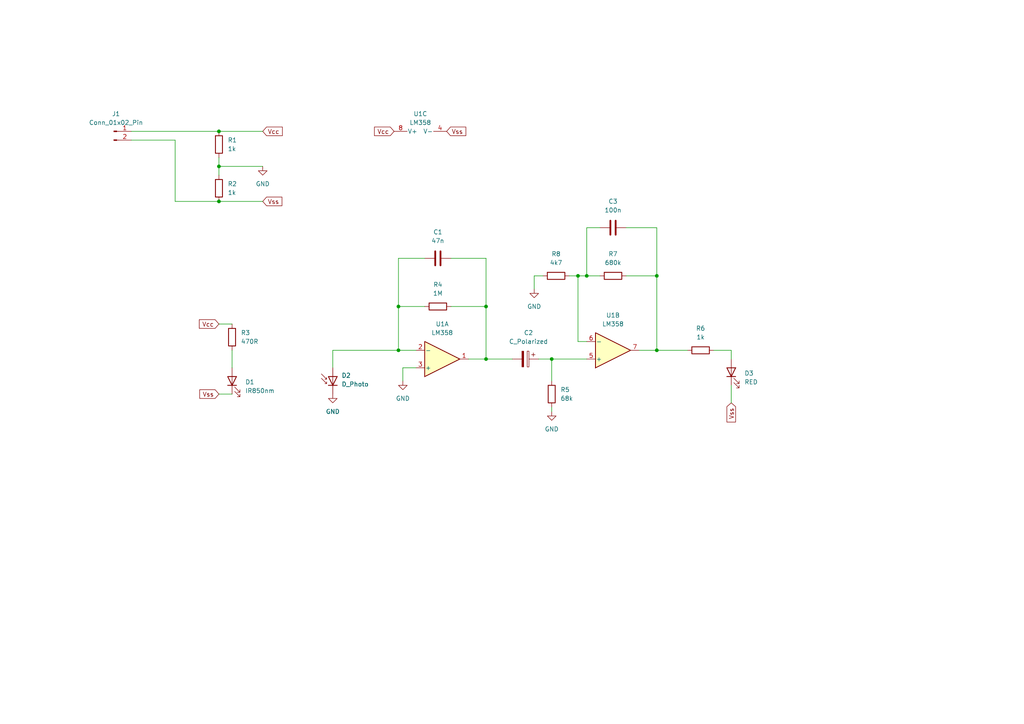
<source format=kicad_sch>
(kicad_sch (version 20230121) (generator eeschema)
  (paper "A4")
  (lib_symbols
    (symbol "Amplifier_Operational:LM358" (pin_names (offset 0.127))
      (property "Reference" "U" (at 0 5.08 0))
      (property "Value" "LM358" (at 0 -5.08 0))
      (symbol "LM358_1_1"
        (polyline (pts (xy -5.08 5.08) (xy 5.08 0) (xy -5.08 -5.08) (xy -5.08 5.08)) (stroke (width 0.254)) (fill (type background)))
        (pin output line (at 7.62 0 180) (length 2.54) (name "~") (number "1"))
        (pin input line (at -7.62 -2.54 0) (length 2.54) (name "-") (number "2"))
        (pin input line (at -7.62 2.54 0) (length 2.54) (name "+") (number "3"))
      )
      (symbol "LM358_2_1"
        (polyline (pts (xy -5.08 5.08) (xy 5.08 0) (xy -5.08 -5.08) (xy -5.08 5.08)) (stroke (width 0.254)) (fill (type background)))
        (pin input line (at -7.62 2.54 0) (length 2.54) (name "+") (number "5"))
        (pin input line (at -7.62 -2.54 0) (length 2.54) (name "-") (number "6"))
        (pin output line (at 7.62 0 180) (length 2.54) (name "~") (number "7"))
      )
      (symbol "LM358_3_1"
        (pin power_in line (at -2.54 -7.62 90) (length 3.81) (name "V-") (number "4"))
        (pin power_in line (at -2.54 7.62 270) (length 3.81) (name "V+") (number "8"))
      )
    )
    (symbol "Connector:Conn_01x02_Pin" (pin_names (offset 1.016) hide)
      (property "Reference" "J" (at 0 2.54 0))
      (property "Value" "Conn_01x02_Pin" (at 0 -5.08 0))
      (symbol "Conn_01x02_Pin_1_1"
        (polyline (pts (xy 1.27 -2.54) (xy 0.8636 -2.54)) (stroke (width 0.1524)))
        (polyline (pts (xy 1.27 0) (xy 0.8636 0)) (stroke (width 0.1524)))
        (rectangle (start 0.8636 -2.413) (end 0 -2.667) (stroke (width 0.1524)) (fill (type outline)))
        (rectangle (start 0.8636 0.127) (end 0 -0.127) (stroke (width 0.1524)) (fill (type outline)))
        (pin passive line (at 5.08 0 180) (length 3.81) (name "Pin_1") (number "1"))
        (pin passive line (at 5.08 -2.54 180) (length 3.81) (name "Pin_2") (number "2"))
      )
    )
    (symbol "Device:C" (pin_numbers hide) (pin_names (offset 0.254))
      (property "Reference" "C" (at 0.635 2.54 0))
      (property "Value" "C" (at 0.635 -2.54 0))
      (symbol "C_0_1"
        (polyline (pts (xy -2.032 -0.762) (xy 2.032 -0.762)) (stroke (width 0.508)))
        (polyline (pts (xy -2.032 0.762) (xy 2.032 0.762)) (stroke (width 0.508)))
      )
      (symbol "C_1_1"
        (pin passive line (at 0 3.81 270) (length 2.794) (name "~") (number "1"))
        (pin passive line (at 0 -3.81 90) (length 2.794) (name "~") (number "2"))
      )
    )
    (symbol "Device:C_Polarized" (pin_numbers hide) (pin_names (offset 0.254))
      (property "Reference" "C" (at 0.635 2.54 0))
      (property "Value" "C_Polarized" (at 0.635 -2.54 0))
      (symbol "C_Polarized_0_1"
        (rectangle (start -2.286 0.508) (end 2.286 1.016))
        (polyline (pts (xy -1.778 2.286) (xy -0.762 2.286)))
        (polyline (pts (xy -1.27 2.794) (xy -1.27 1.778)))
        (rectangle (start 2.286 -0.508) (end -2.286 -1.016) (fill (type outline)))
      )
      (symbol "C_Polarized_1_1"
        (pin passive line (at 0 3.81 270) (length 2.794) (name "~") (number "1"))
        (pin passive line (at 0 -3.81 90) (length 2.794) (name "~") (number "2"))
      )
    )
    (symbol "Device:D_Photo" (pin_numbers hide) (pin_names hide)
      (property "Reference" "D" (at 0.508 1.778 0))
      (property "Value" "D_Photo" (at -1.016 -2.794 0))
      (symbol "D_Photo_0_1"
        (polyline (pts (xy -2.54 1.27) (xy -2.54 -1.27)) (stroke (width 0.254)))
        (polyline (pts (xy -2.032 1.778) (xy -1.524 1.778)))
        (polyline (pts (xy 0 0) (xy -2.54 0)))
        (polyline (pts (xy -0.508 3.302) (xy -2.032 1.778) (xy -2.032 2.286)))
        (polyline (pts (xy 0 -1.27) (xy 0 1.27) (xy -2.54 0) (xy 0 -1.27)) (stroke (width 0.254)))
        (polyline (pts (xy 0.762 3.302) (xy -0.762 1.778) (xy -0.762 2.286) (xy -0.762 1.778) (xy -0.254 1.778)))
      )
      (symbol "D_Photo_1_1"
        (pin passive line (at -5.08 0 0) (length 2.54) (name "K") (number "1"))
        (pin passive line (at 2.54 0 180) (length 2.54) (name "A") (number "2"))
      )
    )
    (symbol "Device:LED" (pin_numbers hide) (pin_names (offset 1.016) hide)
      (property "Reference" "D" (at 0 2.54 0))
      (property "Value" "LED" (at 0 -2.54 0))
      (symbol "LED_0_1"
        (polyline (pts (xy -1.27 -1.27) (xy -1.27 1.27)) (stroke (width 0.254)))
        (polyline (pts (xy -1.27 0) (xy 1.27 0)))
        (polyline (pts (xy 1.27 -1.27) (xy 1.27 1.27) (xy -1.27 0) (xy 1.27 -1.27)) (stroke (width 0.254)))
        (polyline (pts (xy -3.048 -0.762) (xy -4.572 -2.286) (xy -3.81 -2.286) (xy -4.572 -2.286) (xy -4.572 -1.524)))
        (polyline (pts (xy -1.778 -0.762) (xy -3.302 -2.286) (xy -2.54 -2.286) (xy -3.302 -2.286) (xy -3.302 -1.524)))
      )
      (symbol "LED_1_1"
        (pin passive line (at -3.81 0 0) (length 2.54) (name "K") (number "1"))
        (pin passive line (at 3.81 0 180) (length 2.54) (name "A") (number "2"))
      )
    )
    (symbol "Device:R" (pin_numbers hide) (pin_names (offset 0))
      (property "Reference" "R" (at 2.032 0 90))
      (property "Value" "R" (at 0 0 90))
      (symbol "R_0_1"
        (rectangle (start -1.016 -2.54) (end 1.016 2.54) (stroke (width 0.254)))
      )
      (symbol "R_1_1"
        (pin passive line (at 0 3.81 270) (length 1.27) (name "~") (number "1"))
        (pin passive line (at 0 -3.81 90) (length 1.27) (name "~") (number "2"))
      )
    )
    (symbol "power:GND" (power) (pin_names (offset 0))
      (property "Value" "GND" (at 0 -3.81 0))
      (symbol "GND_0_1"
        (polyline (pts (xy 0 0) (xy 0 -1.27) (xy 1.27 -1.27) (xy 0 -2.54) (xy -1.27 -1.27) (xy 0 -1.27)))
      )
      (symbol "GND_1_1"
        (pin power_in line (at 0 0 270) (length 0) hide (name "GND") (number "1"))
      )
    )
  )
  (junction (at 63.5 48.26))
  (junction (at 190.5 101.6))
  (junction (at 140.97 88.9))
  (junction (at 160.02 104.14))
  (junction (at 167.64 80.01))
  (junction (at 63.5 38.1))
  (junction (at 190.5 80.01))
  (junction (at 115.57 101.6))
  (junction (at 170.18 80.01))
  (junction (at 140.97 104.14))
  (junction (at 115.57 88.9))
  (junction (at 63.5 58.42))
  (wire (pts (xy 170.18 99.06) (xy 167.64 99.06)))
  (wire (pts (xy 190.5 80.01) (xy 190.5 101.6)))
  (wire (pts (xy 116.84 106.68) (xy 116.84 110.49)))
  (wire (pts (xy 96.52 101.6) (xy 96.52 106.68)))
  (wire (pts (xy 115.57 101.6) (xy 120.65 101.6)))
  (wire (pts (xy 63.5 93.98) (xy 67.31 93.98)))
  (wire (pts (xy 63.5 38.1) (xy 76.2 38.1)))
  (wire (pts (xy 154.94 80.01) (xy 154.94 83.82)))
  (wire (pts (xy 38.1 38.1) (xy 63.5 38.1)))
  (wire (pts (xy 170.18 66.04) (xy 170.18 80.01)))
  (wire (pts (xy 38.1 40.64) (xy 50.8 40.64)))
  (wire (pts (xy 115.57 101.6) (xy 96.52 101.6)))
  (wire (pts (xy 160.02 118.11) (xy 160.02 119.38)))
  (wire (pts (xy 160.02 104.14) (xy 160.02 110.49)))
  (wire (pts (xy 50.8 40.64) (xy 50.8 58.42)))
  (wire (pts (xy 115.57 74.93) (xy 115.57 88.9)))
  (wire (pts (xy 165.1 80.01) (xy 167.64 80.01)))
  (wire (pts (xy 170.18 80.01) (xy 173.99 80.01)))
  (wire (pts (xy 160.02 104.14) (xy 170.18 104.14)))
  (wire (pts (xy 173.99 66.04) (xy 170.18 66.04)))
  (wire (pts (xy 135.89 104.14) (xy 140.97 104.14)))
  (wire (pts (xy 157.48 80.01) (xy 154.94 80.01)))
  (wire (pts (xy 67.31 101.6) (xy 67.31 106.68)))
  (wire (pts (xy 63.5 48.26) (xy 63.5 50.8)))
  (wire (pts (xy 167.64 80.01) (xy 167.64 99.06)))
  (wire (pts (xy 181.61 80.01) (xy 190.5 80.01)))
  (wire (pts (xy 116.84 106.68) (xy 120.65 106.68)))
  (wire (pts (xy 190.5 66.04) (xy 190.5 80.01)))
  (wire (pts (xy 63.5 45.72) (xy 63.5 48.26)))
  (wire (pts (xy 140.97 104.14) (xy 148.59 104.14)))
  (wire (pts (xy 212.09 111.76) (xy 212.09 116.84)))
  (wire (pts (xy 63.5 48.26) (xy 76.2 48.26)))
  (wire (pts (xy 207.01 101.6) (xy 212.09 101.6)))
  (wire (pts (xy 50.8 58.42) (xy 63.5 58.42)))
  (wire (pts (xy 181.61 66.04) (xy 190.5 66.04)))
  (wire (pts (xy 212.09 101.6) (xy 212.09 104.14)))
  (wire (pts (xy 190.5 101.6) (xy 199.39 101.6)))
  (wire (pts (xy 190.5 101.6) (xy 185.42 101.6)))
  (wire (pts (xy 167.64 80.01) (xy 170.18 80.01)))
  (wire (pts (xy 140.97 74.93) (xy 140.97 88.9)))
  (wire (pts (xy 140.97 88.9) (xy 140.97 104.14)))
  (wire (pts (xy 130.81 88.9) (xy 140.97 88.9)))
  (wire (pts (xy 63.5 114.3) (xy 67.31 114.3)))
  (wire (pts (xy 156.21 104.14) (xy 160.02 104.14)))
  (wire (pts (xy 130.81 74.93) (xy 140.97 74.93)))
  (wire (pts (xy 115.57 88.9) (xy 115.57 101.6)))
  (wire (pts (xy 63.5 58.42) (xy 76.2 58.42)))
  (wire (pts (xy 115.57 88.9) (xy 123.19 88.9)))
  (wire (pts (xy 123.19 74.93) (xy 115.57 74.93)))
  (global_label "Vcc" (shape input) (at 63.5 93.98 180) (property "Intersheetrefs" "${INTERSHEET_REFS}" (effects hide)))
  (global_label "Vss" (shape input) (at 129.54 38.1 0) (property "Intersheetrefs" "${INTERSHEET_REFS}" (effects hide)))
  (global_label "Vss" (shape input) (at 76.2 58.42 0) (property "Intersheetrefs" "${INTERSHEET_REFS}" (effects hide)))
  (global_label "Vcc" (shape input) (at 76.2 38.1 0) (property "Intersheetrefs" "${INTERSHEET_REFS}" (effects hide)))
  (global_label "Vss" (shape input) (at 63.5 114.3 180) (property "Intersheetrefs" "${INTERSHEET_REFS}" (effects hide)))
  (global_label "Vcc" (shape input) (at 114.3 38.1 180) (property "Intersheetrefs" "${INTERSHEET_REFS}" (effects hide)))
  (global_label "Vss" (shape input) (at 212.09 116.84 270) (property "Intersheetrefs" "${INTERSHEET_REFS}" (effects hide)))
  (symbol (lib_id "Device:R") (at 127 88.9 90) (unit 1)
    (property "Reference" "R4" (at 127 82.55 90))
    (property "Value" "1M" (at 127 85.09 90))
    (property "Footprint" "Resistor_THT:R_Axial_DIN0207_L6.3mm_D2.5mm_P10.16mm_Horizontal" (effects hide))
  )
  (symbol (lib_id "power:GND") (at 96.52 114.3 0) (unit 1)
    (property "Reference" "#PWR02" (effects hide))
    (property "Value" "GND" (at 96.52 119.38 0))
  )
  (symbol (lib_id "power:GND") (at 154.94 83.82 0) (unit 1)
    (property "Reference" "#PWR05" (effects hide))
    (property "Value" "GND" (at 154.94 88.9 0))
  )
  (symbol (lib_id "Device:LED") (at 212.09 107.95 90) (unit 1)
    (property "Reference" "D3" (at 215.9 108.2675 90) (effects (justify right)))
    (property "Value" "RED" (at 215.9 110.8075 90) (effects (justify right)))
    (property "Footprint" "LED_THT:LED_D5.0mm" (effects hide))
  )
  (symbol (lib_id "power:GND") (at 76.2 48.26 0) (unit 1)
    (property "Reference" "#PWR01" (effects hide))
    (property "Value" "GND" (at 76.2 53.34 0))
  )
  (symbol (lib_id "power:GND") (at 160.02 119.38 0) (unit 1)
    (property "Reference" "#PWR04" (effects hide))
    (property "Value" "GND" (at 160.02 124.46 0))
  )
  (symbol (lib_id "Device:D_Photo") (at 96.52 109.22 90) (unit 1)
    (property "Reference" "D2" (at 99.06 108.9025 90) (effects (justify right)))
    (property "Value" "D_Photo" (at 99.06 111.4425 90) (effects (justify right)))
    (property "Footprint" "LED_THT:LED_D5.0mm" (effects hide))
  )
  (symbol (lib_id "Device:R") (at 177.8 80.01 90) (unit 1)
    (property "Reference" "R7" (at 177.8 73.66 90))
    (property "Value" "680k" (at 177.8 76.2 90))
    (property "Footprint" "Resistor_THT:R_Axial_DIN0207_L6.3mm_D2.5mm_P10.16mm_Horizontal" (effects hide))
  )
  (symbol (lib_id "Device:C") (at 177.8 66.04 90) (unit 1)
    (property "Reference" "C3" (at 177.8 58.42 90))
    (property "Value" "100n" (at 177.8 60.96 90))
    (property "Footprint" "Capacitor_THT:C_Disc_D5.0mm_W2.5mm_P2.50mm" (effects hide))
  )
  (symbol (lib_id "Device:LED") (at 67.31 110.49 90) (unit 1)
    (property "Reference" "D1" (at 71.12 110.8075 90) (effects (justify right)))
    (property "Value" "IR850nm" (at 71.12 113.3475 90) (effects (justify right)))
    (property "Footprint" "LED_THT:LED_D5.0mm" (effects hide))
  )
  (symbol (lib_id "power:GND") (at 116.84 110.49 0) (unit 1)
    (property "Reference" "#PWR03" (effects hide))
    (property "Value" "GND" (at 116.84 115.57 0))
  )
  (symbol (lib_id "Device:R") (at 161.29 80.01 90) (unit 1)
    (property "Reference" "R8" (at 161.29 73.66 90))
    (property "Value" "4k7" (at 161.29 76.2 90))
    (property "Footprint" "Resistor_THT:R_Axial_DIN0207_L6.3mm_D2.5mm_P10.16mm_Horizontal" (effects hide))
  )
  (symbol (lib_id "Device:R") (at 63.5 54.61 0) (unit 1)
    (property "Reference" "R2" (at 66.04 53.34 0) (effects (justify left)))
    (property "Value" "1k" (at 66.04 55.88 0) (effects (justify left)))
    (property "Footprint" "Resistor_THT:R_Axial_DIN0207_L6.3mm_D2.5mm_P10.16mm_Horizontal" (effects hide))
  )
  (symbol (lib_id "Amplifier_Operational:LM358") (at 177.8 101.6 0) (mirror x) (unit 2)
    (property "Reference" "U1" (at 177.8 91.44 0))
    (property "Value" "LM358" (at 177.8 93.98 0))
    (property "Footprint" "Package_DIP:DIP-8_W7.62mm_Socket_LongPads" (effects hide))
    (property "Datasheet" "http://www.ti.com/lit/ds/symlink/lm2904-n.pdf" (effects hide))
  )
  (symbol (lib_id "Connector:Conn_01x02_Pin") (at 33.02 38.1 0) (unit 1)
    (property "Reference" "J1" (at 33.655 33.02 0))
    (property "Value" "Conn_01x02_Pin" (at 33.655 35.56 0))
    (property "Footprint" "Connector_PinHeader_2.54mm:PinHeader_1x02_P2.54mm_Vertical" (effects hide))
  )
  (symbol (lib_id "Device:C") (at 127 74.93 90) (unit 1)
    (property "Reference" "C1" (at 127 67.31 90))
    (property "Value" "47n" (at 127 69.85 90))
    (property "Footprint" "Capacitor_THT:C_Disc_D5.0mm_W2.5mm_P2.50mm" (effects hide))
  )
  (symbol (lib_id "Device:C_Polarized") (at 152.4 104.14 270) (unit 1)
    (property "Reference" "C2" (at 153.289 96.52 90))
    (property "Value" "C_Polarized" (at 153.289 99.06 90))
    (property "Footprint" "Capacitor_THT:C_Disc_D5.0mm_W2.5mm_P2.50mm" (effects hide))
  )
  (symbol (lib_id "Amplifier_Operational:LM358") (at 128.27 104.14 0) (mirror x) (unit 1)
    (property "Reference" "U1" (at 128.27 93.98 0))
    (property "Value" "LM358" (at 128.27 96.52 0))
    (property "Footprint" "Package_DIP:DIP-8_W7.62mm_Socket_LongPads" (effects hide))
    (property "Datasheet" "http://www.ti.com/lit/ds/symlink/lm2904-n.pdf" (effects hide))
  )
  (symbol (lib_id "Device:R") (at 160.02 114.3 0) (unit 1)
    (property "Reference" "R5" (at 162.56 113.03 0) (effects (justify left)))
    (property "Value" "68k" (at 162.56 115.57 0) (effects (justify left)))
    (property "Footprint" "Resistor_THT:R_Axial_DIN0207_L6.3mm_D2.5mm_P10.16mm_Horizontal" (effects hide))
  )
  (symbol (lib_id "Device:R") (at 203.2 101.6 90) (unit 1)
    (property "Reference" "R6" (at 203.2 95.25 90))
    (property "Value" "1k" (at 203.2 97.79 90))
    (property "Footprint" "Resistor_THT:R_Axial_DIN0207_L6.3mm_D2.5mm_P10.16mm_Horizontal" (effects hide))
  )
  (symbol (lib_id "Amplifier_Operational:LM358") (at 121.92 35.56 90) (unit 3)
    (property "Reference" "U1" (at 121.92 33.02 90))
    (property "Value" "LM358" (at 121.92 35.56 90))
    (property "Footprint" "Package_DIP:DIP-8_W7.62mm_Socket_LongPads" (effects hide))
    (property "Datasheet" "http://www.ti.com/lit/ds/symlink/lm2904-n.pdf" (effects hide))
  )
  (symbol (lib_id "Device:R") (at 63.5 41.91 0) (unit 1)
    (property "Reference" "R1" (at 66.04 40.64 0) (effects (justify left)))
    (property "Value" "1k" (at 66.04 43.18 0) (effects (justify left)))
    (property "Footprint" "Resistor_THT:R_Axial_DIN0207_L6.3mm_D2.5mm_P10.16mm_Horizontal" (effects hide))
  )
  (symbol (lib_id "Device:R") (at 67.31 97.79 0) (unit 1)
    (property "Reference" "R3" (at 69.85 96.52 0) (effects (justify left)))
    (property "Value" "470R" (at 69.85 99.06 0) (effects (justify left)))
    (property "Footprint" "Resistor_THT:R_Axial_DIN0207_L6.3mm_D2.5mm_P10.16mm_Horizontal" (effects hide))
  )
)
</source>
